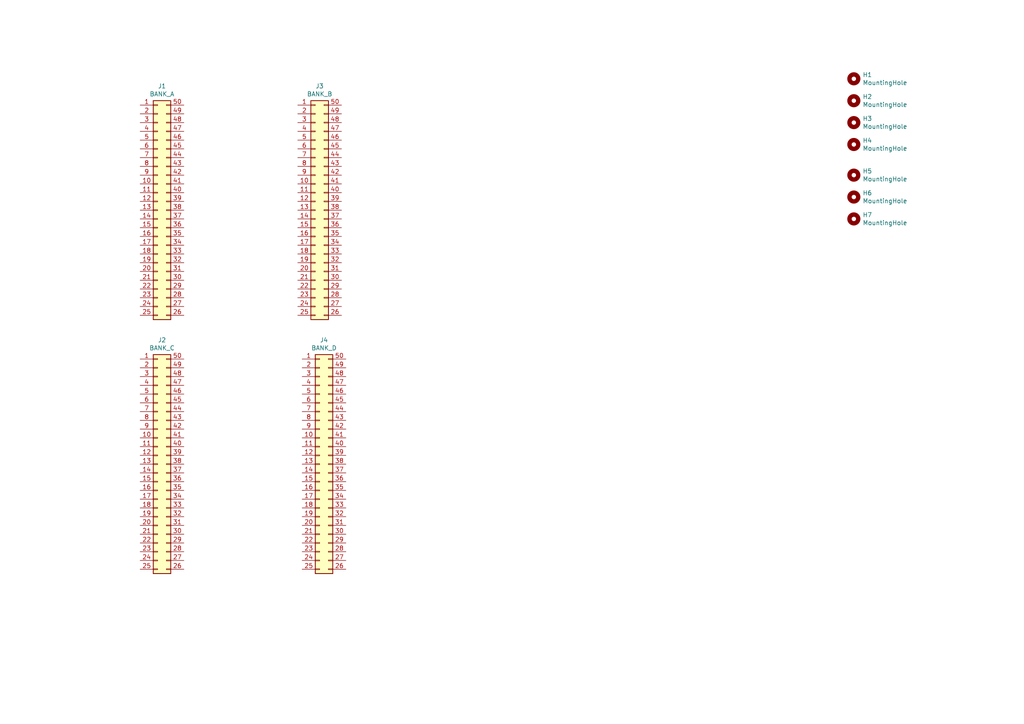
<source format=kicad_sch>
(kicad_sch (version 20211123) (generator eeschema)
  (paper "A4")
  (lib_symbols
    (symbol "Connector_Generic:Conn_02x25_Counter_Clockwise" (pin_names (offset 1.016) hide)
      (property "Reference" "J" (at 1.27 33.02 0))
      (property "Value" "Conn_02x25_Counter_Clockwise" (at 1.27 -33.02 0))
      (symbol "Conn_02x25_Counter_Clockwise_1_1"
        (rectangle (start -1.27 -30.353) (end 0 -30.607) (stroke (width 0.1524)))
        (rectangle (start -1.27 -27.813) (end 0 -28.067) (stroke (width 0.1524)))
        (rectangle (start -1.27 -25.273) (end 0 -25.527) (stroke (width 0.1524)))
        (rectangle (start -1.27 -22.733) (end 0 -22.987) (stroke (width 0.1524)))
        (rectangle (start -1.27 -20.193) (end 0 -20.447) (stroke (width 0.1524)))
        (rectangle (start -1.27 -17.653) (end 0 -17.907) (stroke (width 0.1524)))
        (rectangle (start -1.27 -15.113) (end 0 -15.367) (stroke (width 0.1524)))
        (rectangle (start -1.27 -12.573) (end 0 -12.827) (stroke (width 0.1524)))
        (rectangle (start -1.27 -10.033) (end 0 -10.287) (stroke (width 0.1524)))
        (rectangle (start -1.27 -7.493) (end 0 -7.747) (stroke (width 0.1524)))
        (rectangle (start -1.27 -4.953) (end 0 -5.207) (stroke (width 0.1524)))
        (rectangle (start -1.27 -2.413) (end 0 -2.667) (stroke (width 0.1524)))
        (rectangle (start -1.27 0.127) (end 0 -0.127) (stroke (width 0.1524)))
        (rectangle (start -1.27 2.667) (end 0 2.413) (stroke (width 0.1524)))
        (rectangle (start -1.27 5.207) (end 0 4.953) (stroke (width 0.1524)))
        (rectangle (start -1.27 7.747) (end 0 7.493) (stroke (width 0.1524)))
        (rectangle (start -1.27 10.287) (end 0 10.033) (stroke (width 0.1524)))
        (rectangle (start -1.27 12.827) (end 0 12.573) (stroke (width 0.1524)))
        (rectangle (start -1.27 15.367) (end 0 15.113) (stroke (width 0.1524)))
        (rectangle (start -1.27 17.907) (end 0 17.653) (stroke (width 0.1524)))
        (rectangle (start -1.27 20.447) (end 0 20.193) (stroke (width 0.1524)))
        (rectangle (start -1.27 22.987) (end 0 22.733) (stroke (width 0.1524)))
        (rectangle (start -1.27 25.527) (end 0 25.273) (stroke (width 0.1524)))
        (rectangle (start -1.27 28.067) (end 0 27.813) (stroke (width 0.1524)))
        (rectangle (start -1.27 30.607) (end 0 30.353) (stroke (width 0.1524)))
        (rectangle (start -1.27 31.75) (end 3.81 -31.75) (stroke (width 0.254)) (fill (type background)))
        (rectangle (start 3.81 -30.353) (end 2.54 -30.607) (stroke (width 0.1524)))
        (rectangle (start 3.81 -27.813) (end 2.54 -28.067) (stroke (width 0.1524)))
        (rectangle (start 3.81 -25.273) (end 2.54 -25.527) (stroke (width 0.1524)))
        (rectangle (start 3.81 -22.733) (end 2.54 -22.987) (stroke (width 0.1524)))
        (rectangle (start 3.81 -20.193) (end 2.54 -20.447) (stroke (width 0.1524)))
        (rectangle (start 3.81 -17.653) (end 2.54 -17.907) (stroke (width 0.1524)))
        (rectangle (start 3.81 -15.113) (end 2.54 -15.367) (stroke (width 0.1524)))
        (rectangle (start 3.81 -12.573) (end 2.54 -12.827) (stroke (width 0.1524)))
        (rectangle (start 3.81 -10.033) (end 2.54 -10.287) (stroke (width 0.1524)))
        (rectangle (start 3.81 -7.493) (end 2.54 -7.747) (stroke (width 0.1524)))
        (rectangle (start 3.81 -4.953) (end 2.54 -5.207) (stroke (width 0.1524)))
        (rectangle (start 3.81 -2.413) (end 2.54 -2.667) (stroke (width 0.1524)))
        (rectangle (start 3.81 0.127) (end 2.54 -0.127) (stroke (width 0.1524)))
        (rectangle (start 3.81 2.667) (end 2.54 2.413) (stroke (width 0.1524)))
        (rectangle (start 3.81 5.207) (end 2.54 4.953) (stroke (width 0.1524)))
        (rectangle (start 3.81 7.747) (end 2.54 7.493) (stroke (width 0.1524)))
        (rectangle (start 3.81 10.287) (end 2.54 10.033) (stroke (width 0.1524)))
        (rectangle (start 3.81 12.827) (end 2.54 12.573) (stroke (width 0.1524)))
        (rectangle (start 3.81 15.367) (end 2.54 15.113) (stroke (width 0.1524)))
        (rectangle (start 3.81 17.907) (end 2.54 17.653) (stroke (width 0.1524)))
        (rectangle (start 3.81 20.447) (end 2.54 20.193) (stroke (width 0.1524)))
        (rectangle (start 3.81 22.987) (end 2.54 22.733) (stroke (width 0.1524)))
        (rectangle (start 3.81 25.527) (end 2.54 25.273) (stroke (width 0.1524)))
        (rectangle (start 3.81 28.067) (end 2.54 27.813) (stroke (width 0.1524)))
        (rectangle (start 3.81 30.607) (end 2.54 30.353) (stroke (width 0.1524)))
        (pin passive line (at -5.08 30.48 0) (length 3.81) (name "Pin_1") (number "1"))
        (pin passive line (at -5.08 7.62 0) (length 3.81) (name "Pin_10") (number "10"))
        (pin passive line (at -5.08 5.08 0) (length 3.81) (name "Pin_11") (number "11"))
        (pin passive line (at -5.08 2.54 0) (length 3.81) (name "Pin_12") (number "12"))
        (pin passive line (at -5.08 0 0) (length 3.81) (name "Pin_13") (number "13"))
        (pin passive line (at -5.08 -2.54 0) (length 3.81) (name "Pin_14") (number "14"))
        (pin passive line (at -5.08 -5.08 0) (length 3.81) (name "Pin_15") (number "15"))
        (pin passive line (at -5.08 -7.62 0) (length 3.81) (name "Pin_16") (number "16"))
        (pin passive line (at -5.08 -10.16 0) (length 3.81) (name "Pin_17") (number "17"))
        (pin passive line (at -5.08 -12.7 0) (length 3.81) (name "Pin_18") (number "18"))
        (pin passive line (at -5.08 -15.24 0) (length 3.81) (name "Pin_19") (number "19"))
        (pin passive line (at -5.08 27.94 0) (length 3.81) (name "Pin_2") (number "2"))
        (pin passive line (at -5.08 -17.78 0) (length 3.81) (name "Pin_20") (number "20"))
        (pin passive line (at -5.08 -20.32 0) (length 3.81) (name "Pin_21") (number "21"))
        (pin passive line (at -5.08 -22.86 0) (length 3.81) (name "Pin_22") (number "22"))
        (pin passive line (at -5.08 -25.4 0) (length 3.81) (name "Pin_23") (number "23"))
        (pin passive line (at -5.08 -27.94 0) (length 3.81) (name "Pin_24") (number "24"))
        (pin passive line (at -5.08 -30.48 0) (length 3.81) (name "Pin_25") (number "25"))
        (pin passive line (at 7.62 -30.48 180) (length 3.81) (name "Pin_26") (number "26"))
        (pin passive line (at 7.62 -27.94 180) (length 3.81) (name "Pin_27") (number "27"))
        (pin passive line (at 7.62 -25.4 180) (length 3.81) (name "Pin_28") (number "28"))
        (pin passive line (at 7.62 -22.86 180) (length 3.81) (name "Pin_29") (number "29"))
        (pin passive line (at -5.08 25.4 0) (length 3.81) (name "Pin_3") (number "3"))
        (pin passive line (at 7.62 -20.32 180) (length 3.81) (name "Pin_30") (number "30"))
        (pin passive line (at 7.62 -17.78 180) (length 3.81) (name "Pin_31") (number "31"))
        (pin passive line (at 7.62 -15.24 180) (length 3.81) (name "Pin_32") (number "32"))
        (pin passive line (at 7.62 -12.7 180) (length 3.81) (name "Pin_33") (number "33"))
        (pin passive line (at 7.62 -10.16 180) (length 3.81) (name "Pin_34") (number "34"))
        (pin passive line (at 7.62 -7.62 180) (length 3.81) (name "Pin_35") (number "35"))
        (pin passive line (at 7.62 -5.08 180) (length 3.81) (name "Pin_36") (number "36"))
        (pin passive line (at 7.62 -2.54 180) (length 3.81) (name "Pin_37") (number "37"))
        (pin passive line (at 7.62 0 180) (length 3.81) (name "Pin_38") (number "38"))
        (pin passive line (at 7.62 2.54 180) (length 3.81) (name "Pin_39") (number "39"))
        (pin passive line (at -5.08 22.86 0) (length 3.81) (name "Pin_4") (number "4"))
        (pin passive line (at 7.62 5.08 180) (length 3.81) (name "Pin_40") (number "40"))
        (pin passive line (at 7.62 7.62 180) (length 3.81) (name "Pin_41") (number "41"))
        (pin passive line (at 7.62 10.16 180) (length 3.81) (name "Pin_42") (number "42"))
        (pin passive line (at 7.62 12.7 180) (length 3.81) (name "Pin_43") (number "43"))
        (pin passive line (at 7.62 15.24 180) (length 3.81) (name "Pin_44") (number "44"))
        (pin passive line (at 7.62 17.78 180) (length 3.81) (name "Pin_45") (number "45"))
        (pin passive line (at 7.62 20.32 180) (length 3.81) (name "Pin_46") (number "46"))
        (pin passive line (at 7.62 22.86 180) (length 3.81) (name "Pin_47") (number "47"))
        (pin passive line (at 7.62 25.4 180) (length 3.81) (name "Pin_48") (number "48"))
        (pin passive line (at 7.62 27.94 180) (length 3.81) (name "Pin_49") (number "49"))
        (pin passive line (at -5.08 20.32 0) (length 3.81) (name "Pin_5") (number "5"))
        (pin passive line (at 7.62 30.48 180) (length 3.81) (name "Pin_50") (number "50"))
        (pin passive line (at -5.08 17.78 0) (length 3.81) (name "Pin_6") (number "6"))
        (pin passive line (at -5.08 15.24 0) (length 3.81) (name "Pin_7") (number "7"))
        (pin passive line (at -5.08 12.7 0) (length 3.81) (name "Pin_8") (number "8"))
        (pin passive line (at -5.08 10.16 0) (length 3.81) (name "Pin_9") (number "9"))
      )
    )
    (symbol "Mechanical:MountingHole" (pin_names (offset 1.016))
      (property "Reference" "H" (at 0 5.08 0))
      (property "Value" "MountingHole" (at 0 3.175 0))
      (symbol "MountingHole_0_1"
        (circle (center 0 0) (radius 1.27) (stroke (width 1.27)))
      )
    )
  )
  (symbol (lib_id "Connector_Generic:Conn_02x25_Counter_Clockwise") (at 45.72 60.96 0) (unit 1)
    (property "Reference" "J1" (at 46.99 24.9682 0))
    (property "Value" "BANK_A" (at 46.99 27.2796 0))
    (property "Footprint" "4UCON:4UCON_2x25_P0.50mm_Vertical" (effects hide))
  )
  (symbol (lib_id "Connector_Generic:Conn_02x25_Counter_Clockwise") (at 91.44 60.96 0) (unit 1)
    (property "Reference" "J3" (at 92.71 24.9682 0))
    (property "Value" "BANK_B" (at 92.71 27.2796 0))
    (property "Footprint" "4UCON:4UCON_2x25_P0.50mm_Vertical" (effects hide))
  )
  (symbol (lib_id "Connector_Generic:Conn_02x25_Counter_Clockwise") (at 45.72 134.62 0) (unit 1)
    (property "Reference" "J2" (at 46.99 98.6282 0))
    (property "Value" "BANK_C" (at 46.99 100.9396 0))
    (property "Footprint" "4UCON:4UCON_2x25_P0.50mm_Vertical" (effects hide))
  )
  (symbol (lib_id "Connector_Generic:Conn_02x25_Counter_Clockwise") (at 92.71 134.62 0) (unit 1)
    (property "Reference" "J4" (at 93.98 98.6282 0))
    (property "Value" "BANK_D" (at 93.98 100.9396 0))
    (property "Footprint" "4UCON:4UCON_2x25_P0.50mm_Vertical" (effects hide))
  )
  (symbol (lib_id "Mechanical:MountingHole") (at 247.65 22.86 0) (unit 1)
    (property "Reference" "H1" (at 250.19 21.6916 0) (effects (justify left)))
    (property "Value" "MountingHole" (at 250.19 24.003 0) (effects (justify left)))
    (property "Footprint" "MountingHole:MountingHole_2.2mm_M2_ISO7380" (effects hide))
  )
  (symbol (lib_id "Mechanical:MountingHole") (at 247.65 29.21 0) (unit 1)
    (property "Reference" "H2" (at 250.19 28.0416 0) (effects (justify left)))
    (property "Value" "MountingHole" (at 250.19 30.353 0) (effects (justify left)))
    (property "Footprint" "MountingHole:MountingHole_2.2mm_M2_ISO7380" (effects hide))
  )
  (symbol (lib_id "Mechanical:MountingHole") (at 247.65 35.56 0) (unit 1)
    (property "Reference" "H3" (at 250.19 34.3916 0) (effects (justify left)))
    (property "Value" "MountingHole" (at 250.19 36.703 0) (effects (justify left)))
    (property "Footprint" "MountingHole:MountingHole_2.2mm_M2_ISO7380" (effects hide))
  )
  (symbol (lib_id "Mechanical:MountingHole") (at 247.65 41.91 0) (unit 1)
    (property "Reference" "H4" (at 250.19 40.7416 0) (effects (justify left)))
    (property "Value" "MountingHole" (at 250.19 43.053 0) (effects (justify left)))
    (property "Footprint" "MountingHole:MountingHole_2.2mm_M2_ISO7380" (effects hide))
  )
  (symbol (lib_id "Mechanical:MountingHole") (at 247.65 50.8 0) (unit 1)
    (property "Reference" "H5" (at 250.19 49.6316 0) (effects (justify left)))
    (property "Value" "MountingHole" (at 250.19 51.943 0) (effects (justify left)))
    (property "Footprint" "Fiducial:Fiducial_0.75mm_Dia_1.5mm_Outer" (effects hide))
  )
  (symbol (lib_id "Mechanical:MountingHole") (at 247.65 57.15 0) (unit 1)
    (property "Reference" "H6" (at 250.19 55.9816 0) (effects (justify left)))
    (property "Value" "MountingHole" (at 250.19 58.293 0) (effects (justify left)))
    (property "Footprint" "Fiducial:Fiducial_0.75mm_Dia_1.5mm_Outer" (effects hide))
  )
  (symbol (lib_id "Mechanical:MountingHole") (at 247.65 63.5 0) (unit 1)
    (property "Reference" "H7" (at 250.19 62.3316 0) (effects (justify left)))
    (property "Value" "MountingHole" (at 250.19 64.643 0) (effects (justify left)))
    (property "Footprint" "Fiducial:Fiducial_0.75mm_Dia_1.5mm_Outer" (effects hide))
  )
)
</source>
